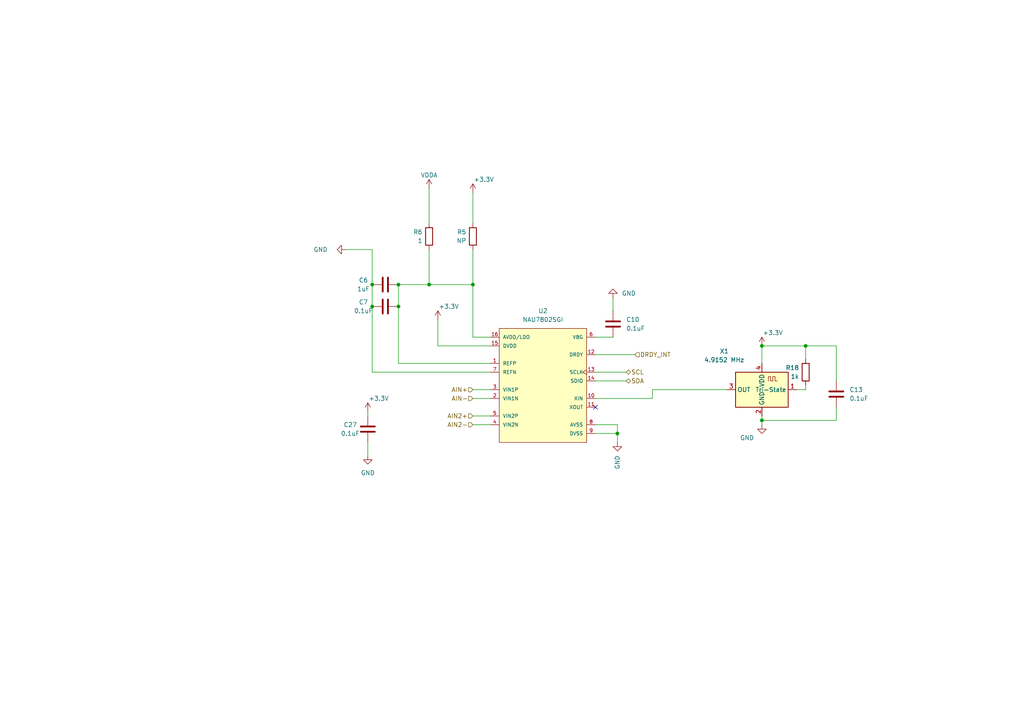
<source format=kicad_sch>
(kicad_sch (version 20250114) (generator "eeschema") (generator_version "9.0")
  (paper "A4")
  (title_block (title "PlasticScanner Handheld DB 2.3") (date "2023-10-02") (rev "3") (company "Plastic Scanner"))
  (lib_symbols
    (symbol "Device:C" (pin_numbers (hide yes)) (pin_names (offset 0.254))
      (property "Reference" "C" (at 0.635 2.54 0))
      (property "Value" "C" (at 0.635 -2.54 0))
      (symbol "C_0_1"
        (polyline (pts (xy -2.032 0.762) (xy 2.032 0.762)) (stroke (width 0.508)))
        (polyline (pts (xy -2.032 -0.762) (xy 2.032 -0.762)) (stroke (width 0.508)))
      )
      (symbol "C_1_1"
        (pin passive line (at 0 3.81 270) (length 2.794) (name "~") (number "1"))
        (pin passive line (at 0 -3.81 90) (length 2.794) (name "~") (number "2"))
      )
    )
    (symbol "Device:R" (pin_numbers (hide yes)) (pin_names (offset 0))
      (property "Reference" "R" (at 2.032 0 90))
      (property "Value" "R" (at 0 0 90))
      (symbol "R_0_1"
        (rectangle (start -1.016 -2.54) (end 1.016 2.54) (stroke (width 0.254)))
      )
      (symbol "R_1_1"
        (pin passive line (at 0 3.81 270) (length 1.27) (name "~") (number "1"))
        (pin passive line (at 0 -3.81 90) (length 1.27) (name "~") (number "2"))
      )
    )
    (symbol "Nuvoton_-_NAU7802SGI:NAU7802SGI" (pin_names (offset 1.016))
      (property "Reference" "U" (at 0 5.08 0))
      (property "Value" "NAU7802SGI" (at 0 7.62 0))
      (symbol "NAU7802SGI_1_1"
        (rectangle (start 5.08 2.54) (end 30.48 -30.48) (fill (type background)))
        (pin power_in line (at 2.54 0 0) (length 2.54) (name "AVDD/LDO") (number "16"))
        (pin power_in line (at 2.54 -2.54 0) (length 2.54) (name "DVDD") (number "15"))
        (pin input line (at 2.54 -7.62 0) (length 2.54) (name "REFP") (number "1"))
        (pin input line (at 2.54 -10.16 0) (length 2.54) (name "REFN") (number "7"))
        (pin input line (at 2.54 -15.24 0) (length 2.54) (name "VIN1P") (number "3"))
        (pin input line (at 2.54 -17.78 0) (length 2.54) (name "VIN1N") (number "2"))
        (pin input line (at 2.54 -22.86 0) (length 2.54) (name "VIN2P") (number "5"))
        (pin input line (at 2.54 -25.4 0) (length 2.54) (name "VIN2N") (number "4"))
        (pin output line (at 33.02 0 180) (length 2.54) (name "VBG") (number "6"))
        (pin output line (at 33.02 -5.08 180) (length 2.54) (name "DRDY") (number "12"))
        (pin input clock (at 33.02 -10.16 180) (length 2.54) (name "SCLK") (number "13"))
        (pin bidirectional line (at 33.02 -12.7 180) (length 2.54) (name "SDIO") (number "14"))
        (pin input line (at 33.02 -17.78 180) (length 2.54) (name "XIN") (number "10"))
        (pin output line (at 33.02 -20.32 180) (length 2.54) (name "XOUT") (number "11"))
        (pin power_in line (at 33.02 -25.4 180) (length 2.54) (name "AVSS") (number "8"))
        (pin power_in line (at 33.02 -27.94 180) (length 2.54) (name "DVSS") (number "9"))
      )
    )
    (symbol "Oscillator:ECS-2520MV-xxx-xx"
      (property "Reference" "X" (at -5.08 6.35 0))
      (property "Value" "ECS-2520MV-xxx-xx" (at 1.27 -6.35 0))
      (symbol "ECS-2520MV-xxx-xx_0_1"
        (rectangle (start -7.62 5.08) (end 7.62 -5.08) (stroke (width 0.254)) (fill (type background)))
        (polyline (pts (xy -4.445 2.54) (xy -3.81 2.54) (xy -3.81 3.81) (xy -3.175 3.81) (xy -3.175 2.54) (xy -2.54 2.54) (xy -2.54 3.81) (xy -1.905 3.81) (xy -1.905 2.54)))
      )
      (symbol "ECS-2520MV-xxx-xx_1_1"
        (pin input line (at -10.16 0 0) (length 2.54) (name "Tri-State") (number "1"))
        (pin power_in line (at 0 7.62 270) (length 2.54) (name "VDD") (number "4"))
        (pin power_in line (at 0 -7.62 90) (length 2.54) (name "GND") (number "2"))
        (pin output line (at 10.16 0 180) (length 2.54) (name "OUT") (number "3"))
      )
    )
    (symbol "power:+3.3V" (power) (pin_names (offset 0))
      (property "Value" "+3.3V" (at 0 3.556 0))
      (symbol "+3.3V_0_1"
        (polyline (pts (xy -0.762 1.27) (xy 0 2.54)))
        (polyline (pts (xy 0 2.54) (xy 0.762 1.27)))
        (polyline (pts (xy 0 0) (xy 0 2.54)))
      )
      (symbol "+3.3V_1_1"
        (pin power_in line (at 0 0 90) (length 0) (hide yes) (name "+3.3V") (number "1"))
      )
    )
    (symbol "power:GND" (power) (pin_names (offset 0))
      (property "Value" "GND" (at 0 -3.81 0))
      (symbol "GND_0_1"
        (polyline (pts (xy 0 0) (xy 0 -1.27) (xy 1.27 -1.27) (xy 0 -2.54) (xy -1.27 -1.27) (xy 0 -1.27)))
      )
      (symbol "GND_1_1"
        (pin power_in line (at 0 0 270) (length 0) (hide yes) (name "GND") (number "1"))
      )
    )
    (symbol "power:VDDA" (power) (pin_names (offset 0))
      (property "Value" "VDDA" (at 0 3.81 0))
      (symbol "VDDA_0_1"
        (polyline (pts (xy -0.762 1.27) (xy 0 2.54)))
        (polyline (pts (xy 0 2.54) (xy 0.762 1.27)))
        (polyline (pts (xy 0 0) (xy 0 2.54)))
      )
      (symbol "VDDA_1_1"
        (pin power_in line (at 0 0 90) (length 0) (hide yes) (name "VDDA") (number "1"))
      )
    )
  )
  (bus_alias "SPI" (members "CLK" "MOSI" "MISO" "CS1"))
  (junction (at 179.07 125.73))
  (junction (at 115.57 88.9))
  (junction (at 115.57 82.55))
  (junction (at 137.16 82.55))
  (junction (at 220.98 100.33))
  (junction (at 233.68 100.33))
  (junction (at 220.98 121.92))
  (junction (at 107.95 88.9))
  (junction (at 124.46 82.55))
  (junction (at 107.95 82.55))
  (no_connect (at 172.72 118.11))
  (wire (pts (xy 233.68 100.33) (xy 242.57 100.33)))
  (wire (pts (xy 220.98 120.65) (xy 220.98 121.92)))
  (wire (pts (xy 137.16 82.55) (xy 137.16 97.79)))
  (wire (pts (xy 100.33 72.39) (xy 107.95 72.39)))
  (wire (pts (xy 242.57 121.92) (xy 242.57 118.11)))
  (wire (pts (xy 172.72 97.79) (xy 177.8 97.79)))
  (wire (pts (xy 179.07 125.73) (xy 179.07 128.27)))
  (wire (pts (xy 107.95 72.39) (xy 107.95 82.55)))
  (wire (pts (xy 189.23 115.57) (xy 189.23 113.03)))
  (wire (pts (xy 106.68 128.27) (xy 106.68 132.08)))
  (wire (pts (xy 189.23 113.03) (xy 210.82 113.03)))
  (wire (pts (xy 172.72 102.87) (xy 184.15 102.87)))
  (wire (pts (xy 127 100.33) (xy 142.24 100.33)))
  (wire (pts (xy 137.16 115.57) (xy 142.24 115.57)))
  (wire (pts (xy 115.57 82.55) (xy 124.46 82.55)))
  (wire (pts (xy 137.16 123.19) (xy 142.24 123.19)))
  (wire (pts (xy 124.46 54.61) (xy 124.46 64.77)))
  (wire (pts (xy 177.8 86.36) (xy 177.8 90.17)))
  (wire (pts (xy 233.68 104.14) (xy 233.68 100.33)))
  (wire (pts (xy 115.57 105.41) (xy 142.24 105.41)))
  (wire (pts (xy 107.95 107.95) (xy 107.95 88.9)))
  (wire (pts (xy 172.72 115.57) (xy 189.23 115.57)))
  (wire (pts (xy 220.98 121.92) (xy 242.57 121.92)))
  (wire (pts (xy 233.68 113.03) (xy 233.68 111.76)))
  (wire (pts (xy 124.46 82.55) (xy 137.16 82.55)))
  (wire (pts (xy 172.72 125.73) (xy 179.07 125.73)))
  (wire (pts (xy 172.72 107.95) (xy 181.61 107.95)))
  (wire (pts (xy 233.68 100.33) (xy 220.98 100.33)))
  (wire (pts (xy 137.16 97.79) (xy 142.24 97.79)))
  (wire (pts (xy 231.14 113.03) (xy 233.68 113.03)))
  (wire (pts (xy 124.46 72.39) (xy 124.46 82.55)))
  (wire (pts (xy 220.98 121.92) (xy 220.98 123.19)))
  (wire (pts (xy 220.98 100.33) (xy 220.98 105.41)))
  (wire (pts (xy 142.24 107.95) (xy 107.95 107.95)))
  (wire (pts (xy 179.07 123.19) (xy 179.07 125.73)))
  (wire (pts (xy 137.16 72.39) (xy 137.16 82.55)))
  (wire (pts (xy 127 92.71) (xy 127 100.33)))
  (wire (pts (xy 137.16 120.65) (xy 142.24 120.65)))
  (wire (pts (xy 137.16 113.03) (xy 142.24 113.03)))
  (wire (pts (xy 137.16 55.88) (xy 137.16 64.77)))
  (wire (pts (xy 242.57 100.33) (xy 242.57 110.49)))
  (wire (pts (xy 106.68 119.38) (xy 106.68 120.65)))
  (wire (pts (xy 172.72 123.19) (xy 179.07 123.19)))
  (wire (pts (xy 115.57 88.9) (xy 115.57 105.41)))
  (wire (pts (xy 172.72 110.49) (xy 181.61 110.49)))
  (wire (pts (xy 107.95 82.55) (xy 107.95 88.9)))
  (wire (pts (xy 115.57 82.55) (xy 115.57 88.9)))
  (hierarchical_label "DRDY_INT" (shape input) (at 184.15 102.87 0))
  (hierarchical_label "AIN2+" (shape input) (at 137.16 120.65 180))
  (hierarchical_label "SCL" (shape bidirectional) (at 181.61 107.95 0))
  (hierarchical_label "AIN2-" (shape input) (at 137.16 123.19 180))
  (hierarchical_label "AIN+" (shape input) (at 137.16 113.03 180))
  (hierarchical_label "SDA" (shape bidirectional) (at 181.61 110.49 0))
  (hierarchical_label "AIN-" (shape input) (at 137.16 115.57 180))
  (symbol (lib_id "Device:C") (at 111.76 82.55 90) (unit 1)
    (property "Reference" "C6" (at 105.41 81.28 90))
    (property "Value" "1uF" (at 105.41 83.82 90))
    (property "Footprint" "Capacitor_SMD:C_0603_1608Metric_Pad1.08x0.95mm_HandSolder" (effects (hide yes)))
    (property "digikey description" "CAP CER 1UF 16V X7R 0603" (effects (hide yes)))
    (property "digikey part number" "311-1446-1-ND" (effects (hide yes)))
  )
  (symbol (lib_id "Device:C") (at 177.8 93.98 0) (unit 1)
    (property "Reference" "C10" (at 181.61 92.7099 0) (effects (justify left)))
    (property "Value" "0.1uF" (at 181.61 95.2499 0) (effects (justify left)))
    (property "Footprint" "Capacitor_SMD:C_0603_1608Metric_Pad1.08x0.95mm_HandSolder" (effects (hide yes)))
    (property "digikey description" "CAP CER 0.1UF 16V X7R 0603" (effects (hide yes)))
    (property "digikey part number" "311-1088-1-ND" (effects (hide yes)))
  )
  (symbol (lib_id "Nuvoton_-_NAU7802SGI:NAU7802SGI") (at 139.7 97.79 0) (unit 1)
    (property "Reference" "U2" (at 157.48 90.17 0))
    (property "Value" "NAU7802SGI" (at 157.48 92.71 0))
    (property "Footprint" "Nuvoton-NAU7802SGI:Nuvoton-NAU7802SGI" (effects (hide yes)))
    (property "Datasheet" "http://www.nuvoton.com/resource-files/NAU7802%20Data%20Sheet%20V1.7.pdf" (effects (hide yes)))
    (property "ambient temperature range high" "+85°C" (effects (hide yes)))
    (property "ambient temperature range low" "-40°C" (effects (hide yes)))
    (property "category" "IC" (effects (hide yes)))
    (property "data polarity" "Bipolar" (effects (hide yes)))
    (property "device class L1" "Integrated Circuits (ICs)" (effects (hide yes)))
    (property "device class L2" "Data Converter ICs" (effects (hide yes)))
    (property "device class L3" "Analog to Digital Converters (ADCs)" (effects (hide yes)))
    (property "digikey description" "IC ADC 24BIT I2C/SRL 16-SOP" (effects (hide yes)))
    (property "digikey part number" "NAU7802SGI-ND" (effects (hide yes)))
    (property "height" "1.75mm" (effects (hide yes)))
    (property "interface" "I2C,2-Wire" (effects (hide yes)))
    (property "ipc land pattern name" "SOIC127P600X155-16" (effects (hide yes)))
    (property "lead free" "yes" (effects (hide yes)))
    (property "library id" "633e3c39f43f75df" (effects (hide yes)))
    (property "manufacturer" "Nuvoton" (effects (hide yes)))
    (property "max supply voltage" "5.5V" (effects (hide yes)))
    (property "min supply voltage" "2.7V" (effects (hide yes)))
    (property "nominal supply current" "2-2.1mA" (effects (hide yes)))
    (property "number of channels" "2" (effects (hide yes)))
    (property "number of converters" "2" (effects (hide yes)))
    (property "package" "SOP16" (effects (hide yes)))
    (property "resolution" "24b" (effects (hide yes)))
    (property "rohs" "yes" (effects (hide yes)))
    (property "sampling rate" "320bps" (effects (hide yes)))
    (property "standoff height" "0.1mm" (effects (hide yes)))
    (property "temperature range high" "+85°C" (effects (hide yes)))
    (property "temperature range low" "-40°C" (effects (hide yes)))
  )
  (symbol (lib_id "power:GND") (at 106.68 132.08 0) (unit 1)
    (property "Reference" "#PWR040" (effects (hide yes)))
    (property "Value" "GND" (at 106.68 137.16 0))
  )
  (symbol (lib_id "Device:C") (at 106.68 124.46 180) (unit 1)
    (property "Reference" "C27" (at 101.6 123.19 0))
    (property "Value" "0.1uF" (at 101.6 125.73 0))
    (property "Footprint" "Capacitor_SMD:C_0603_1608Metric_Pad1.08x0.95mm_HandSolder" (effects (hide yes)))
    (property "digikey description" "CAP CER 0.1UF 16V X7R 0603" (effects (hide yes)))
    (property "digikey part number" "311-1088-1-ND" (effects (hide yes)))
  )
  (symbol (lib_id "Device:R") (at 233.68 107.95 0) (mirror x) (unit 1)
    (property "Reference" "R18" (at 231.775 106.6799 0) (effects (justify right)))
    (property "Value" "1k" (at 231.775 109.2199 0) (effects (justify right)))
    (property "Footprint" "Resistor_SMD:R_0603_1608Metric_Pad0.98x0.95mm_HandSolder" (effects (hide yes)))
    (property "digikey description" "RES 1K OHM 1% 1/10W 0603" (effects (hide yes)))
    (property "digikey part number" "311-1.00KHRCT-ND" (effects (hide yes)))
  )
  (symbol (lib_id "Device:C") (at 111.76 88.9 90) (unit 1)
    (property "Reference" "C7" (at 105.41 87.63 90))
    (property "Value" "0.1uF" (at 105.41 90.17 90))
    (property "Footprint" "Capacitor_SMD:C_0603_1608Metric_Pad1.08x0.95mm_HandSolder" (effects (hide yes)))
    (property "digikey description" "CAP CER 0.1UF 16V X7R 0603" (effects (hide yes)))
    (property "digikey part number" "311-1088-1-ND" (effects (hide yes)))
  )
  (symbol (lib_id "Device:R") (at 137.16 68.58 0) (mirror x) (unit 1)
    (property "Reference" "R5" (at 135.255 67.3099 0) (effects (justify right)))
    (property "Value" "NP" (at 135.255 69.8499 0) (effects (justify right)))
    (property "Footprint" "Resistor_SMD:R_0603_1608Metric_Pad0.98x0.95mm_HandSolder" (effects (hide yes)))
  )
  (symbol (lib_id "power:+3.3V") (at 137.16 55.88 0) (unit 1)
    (property "Reference" "#PWR0135" (effects (hide yes)))
    (property "Value" "+3.3V" (at 140.335 52.07 0))
  )
  (symbol (lib_id "power:GND") (at 220.98 123.19 0) (mirror y) (unit 1)
    (property "Reference" "#PWR012" (effects (hide yes)))
    (property "Value" "GND" (at 214.63 127 0) (effects (justify right)))
  )
  (symbol (lib_id "power:GND") (at 100.33 72.39 270) (unit 1)
    (property "Reference" "#PWR0101" (effects (hide yes)))
    (property "Value" "GND" (at 90.932 72.39 90) (effects (justify left)))
  )
  (symbol (lib_id "power:GND") (at 179.07 128.27 0) (unit 1)
    (property "Reference" "#PWR0106" (effects (hide yes)))
    (property "Value" "GND" (at 179.0701 132.08 90) (effects (justify right)))
  )
  (symbol (lib_id "Oscillator:ECS-2520MV-xxx-xx") (at 220.98 113.03 0) (mirror y) (unit 1)
    (property "Reference" "X1" (at 210.058 101.854 0))
    (property "Value" "4.9152 MHz" (at 210.058 104.394 0))
    (property "Footprint" "Oscillator:Oscillator_SMD_ECS_2520MV-xxx-xx-4Pin_2.5x2.0mm" (effects (hide yes)))
    (property "Datasheet" "https://www.ecsxtal.com/store/pdf/ECS-2520MV.pdf" (effects (hide yes)))
    (property "digikey description" "XTAL OSC XO 4.9152MHZ CMOS SMD" (effects (hide yes)))
    (property "digikey part number" "50-ECS-2520MVLC-049-BN-CT-ND" (effects (hide yes)))
  )
  (symbol (lib_id "power:+3.3V") (at 127 92.71 0) (unit 1)
    (property "Reference" "#PWR0104" (effects (hide yes)))
    (property "Value" "+3.3V" (at 130.175 88.9 0))
  )
  (symbol (lib_id "power:+3.3V") (at 220.98 100.33 0) (unit 1)
    (property "Reference" "#PWR0133" (effects (hide yes)))
    (property "Value" "+3.3V" (at 224.155 96.52 0))
  )
  (symbol (lib_id "Device:R") (at 124.46 68.58 0) (mirror x) (unit 1)
    (property "Reference" "R6" (at 122.555 67.3099 0) (effects (justify right)))
    (property "Value" "1" (at 122.555 69.8499 0) (effects (justify right)))
    (property "Footprint" "Resistor_SMD:R_0603_1608Metric_Pad0.98x0.95mm_HandSolder" (effects (hide yes)))
    (property "mouser description" "CHP0603QFW-1R00ELF" (effects (hide yes)))
    (property "mouser part number" "652-CHP0603QFW-1R00E" (effects (hide yes)))
    (property "digikey description" "0 Ohms Jumper 0.25W, 1/4W Chip Resistor 1206 (3216 Metric) Automotive AEC-Q200 Thick Film" (effects (hide yes)))
    (property "digikey part number" "4988-NRC12ZOTRFCT-ND" (effects (hide yes)))
  )
  (symbol (lib_id "Device:C") (at 242.57 114.3 0) (unit 1)
    (property "Reference" "C13" (at 246.38 113.0299 0) (effects (justify left)))
    (property "Value" "0.1uF" (at 246.38 115.5699 0) (effects (justify left)))
    (property "Footprint" "Capacitor_SMD:C_0603_1608Metric_Pad1.08x0.95mm_HandSolder" (effects (hide yes)))
    (property "digikey description" "CAP CER 0.1UF 16V X7R 0603" (effects (hide yes)))
    (property "digikey part number" "311-1088-1-ND" (effects (hide yes)))
  )
  (symbol (lib_id "power:+3.3V") (at 106.68 119.38 0) (unit 1)
    (property "Reference" "#PWR032" (effects (hide yes)))
    (property "Value" "+3.3V" (at 109.855 115.57 0))
  )
  (symbol (lib_id "power:VDDA") (at 124.46 54.61 0) (unit 1)
    (property "Reference" "#PWR018" (effects (hide yes)))
    (property "Value" "VDDA" (at 124.46 50.8 0))
    (instances (project "RoundScanner" (path "" (reference "#PWR014") (unit 1)) (path "" (reference "#PWR018") (unit 1))))
  )
  (symbol (lib_id "power:GND") (at 177.8 86.36 180) (unit 1)
    (property "Reference" "#PWR0105" (effects (hide yes)))
    (property "Value" "GND" (at 180.34 85.0899 0) (effects (justify right)))
  )
)
</source>
